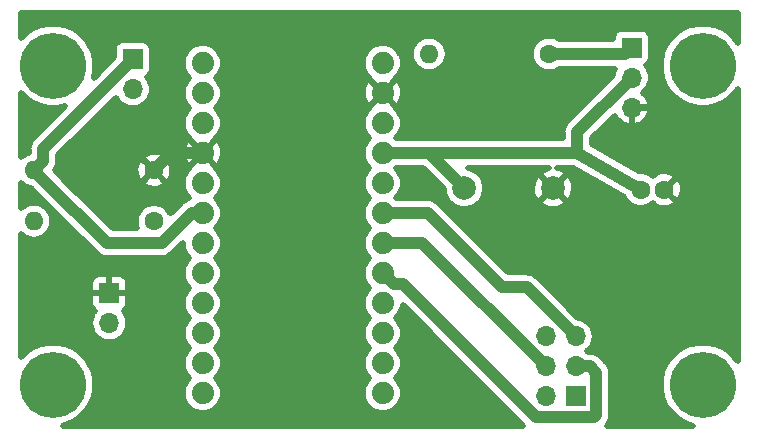
<source format=gbr>
G04 #@! TF.GenerationSoftware,KiCad,Pcbnew,5.1.4-e60b266~84~ubuntu19.04.1*
G04 #@! TF.CreationDate,2019-09-18T16:20:32+02:00*
G04 #@! TF.ProjectId,pro_micro_audio,70726f5f-6d69-4637-926f-5f617564696f,rev?*
G04 #@! TF.SameCoordinates,Original*
G04 #@! TF.FileFunction,Copper,L1,Top*
G04 #@! TF.FilePolarity,Positive*
%FSLAX46Y46*%
G04 Gerber Fmt 4.6, Leading zero omitted, Abs format (unit mm)*
G04 Created by KiCad (PCBNEW 5.1.4-e60b266~84~ubuntu19.04.1) date 2019-09-18 16:20:32*
%MOMM*%
%LPD*%
G04 APERTURE LIST*
G04 #@! TA.AperFunction,ComponentPad*
%ADD10C,2.000000*%
G04 #@! TD*
G04 #@! TA.AperFunction,ComponentPad*
%ADD11C,5.600000*%
G04 #@! TD*
G04 #@! TA.AperFunction,ComponentPad*
%ADD12C,1.879600*%
G04 #@! TD*
G04 #@! TA.AperFunction,ComponentPad*
%ADD13C,1.600000*%
G04 #@! TD*
G04 #@! TA.AperFunction,ComponentPad*
%ADD14R,1.700000X1.700000*%
G04 #@! TD*
G04 #@! TA.AperFunction,ComponentPad*
%ADD15O,1.700000X1.700000*%
G04 #@! TD*
G04 #@! TA.AperFunction,ComponentPad*
%ADD16O,1.600000X1.600000*%
G04 #@! TD*
G04 #@! TA.AperFunction,ViaPad*
%ADD17C,0.800000*%
G04 #@! TD*
G04 #@! TA.AperFunction,Conductor*
%ADD18C,1.000000*%
G04 #@! TD*
G04 #@! TA.AperFunction,Conductor*
%ADD19C,0.500000*%
G04 #@! TD*
G04 APERTURE END LIST*
D10*
G04 #@! TO.P,C1,1*
G04 #@! TO.N,Net-(C1-Pad1)*
X139820000Y-87376000D03*
G04 #@! TO.P,C1,2*
G04 #@! TO.N,GND*
X147320000Y-87376000D03*
G04 #@! TD*
D11*
G04 #@! TO.P,REF\002A\002A,1*
G04 #@! TO.N,N/C*
X105000000Y-104000000D03*
G04 #@! TD*
G04 #@! TO.P,REF\002A\002A,1*
G04 #@! TO.N,N/C*
X160000000Y-104000000D03*
G04 #@! TD*
G04 #@! TO.P,REF\002A\002A,1*
G04 #@! TO.N,N/C*
X105000000Y-77000000D03*
G04 #@! TD*
G04 #@! TO.P,REF\002A\002A,1*
G04 #@! TO.N,N/C*
X160000000Y-77000000D03*
G04 #@! TD*
D12*
G04 #@! TO.P,CHEAP_PRO_MICRO1,1*
G04 #@! TO.N,Net-(CHEAP_PRO_MICRO1-Pad1)*
X117665501Y-76771501D03*
G04 #@! TO.P,CHEAP_PRO_MICRO1,2*
G04 #@! TO.N,Net-(CHEAP_PRO_MICRO1-Pad2)*
X117665501Y-79311501D03*
G04 #@! TO.P,CHEAP_PRO_MICRO1,3*
G04 #@! TO.N,Net-(CHEAP_PRO_MICRO1-Pad3)*
X117665501Y-81851501D03*
G04 #@! TO.P,CHEAP_PRO_MICRO1,4*
G04 #@! TO.N,GND*
X117665501Y-84391501D03*
G04 #@! TO.P,CHEAP_PRO_MICRO1,5*
G04 #@! TO.N,Net-(CHEAP_PRO_MICRO1-Pad5)*
X117665501Y-86931501D03*
G04 #@! TO.P,CHEAP_PRO_MICRO1,6*
G04 #@! TO.N,Net-(CHEAP_PRO_MICRO1-Pad6)*
X117665501Y-89471501D03*
G04 #@! TO.P,CHEAP_PRO_MICRO1,7*
G04 #@! TO.N,Net-(CHEAP_PRO_MICRO1-Pad7)*
X117665501Y-92011501D03*
G04 #@! TO.P,CHEAP_PRO_MICRO1,8*
G04 #@! TO.N,Net-(CHEAP_PRO_MICRO1-Pad8)*
X117665501Y-94551501D03*
G04 #@! TO.P,CHEAP_PRO_MICRO1,9*
G04 #@! TO.N,Net-(CHEAP_PRO_MICRO1-Pad9)*
X117665501Y-97091501D03*
G04 #@! TO.P,CHEAP_PRO_MICRO1,10*
G04 #@! TO.N,Net-(CHEAP_PRO_MICRO1-Pad10)*
X117665501Y-99631501D03*
G04 #@! TO.P,CHEAP_PRO_MICRO1,11*
G04 #@! TO.N,Net-(CHEAP_PRO_MICRO1-Pad11)*
X117665501Y-102171501D03*
G04 #@! TO.P,CHEAP_PRO_MICRO1,12*
G04 #@! TO.N,Net-(CHEAP_PRO_MICRO1-Pad12)*
X117665501Y-104711501D03*
G04 #@! TO.P,CHEAP_PRO_MICRO1,13*
G04 #@! TO.N,Net-(CHEAP_PRO_MICRO1-Pad13)*
X132905501Y-104711501D03*
G04 #@! TO.P,CHEAP_PRO_MICRO1,14*
G04 #@! TO.N,Net-(CHEAP_PRO_MICRO1-Pad14)*
X132905501Y-102171501D03*
G04 #@! TO.P,CHEAP_PRO_MICRO1,15*
G04 #@! TO.N,Net-(CHEAP_PRO_MICRO1-Pad15)*
X132905501Y-99631501D03*
G04 #@! TO.P,CHEAP_PRO_MICRO1,16*
G04 #@! TO.N,Net-(CHEAP_PRO_MICRO1-Pad16)*
X132905501Y-97091501D03*
G04 #@! TO.P,CHEAP_PRO_MICRO1,17*
G04 #@! TO.N,/SW*
X132905501Y-94551501D03*
G04 #@! TO.P,CHEAP_PRO_MICRO1,18*
G04 #@! TO.N,/DT*
X132905501Y-92011501D03*
G04 #@! TO.P,CHEAP_PRO_MICRO1,19*
G04 #@! TO.N,/CLK*
X132905501Y-89471501D03*
G04 #@! TO.P,CHEAP_PRO_MICRO1,20*
G04 #@! TO.N,Net-(CHEAP_PRO_MICRO1-Pad20)*
X132905501Y-86931501D03*
G04 #@! TO.P,CHEAP_PRO_MICRO1,21*
G04 #@! TO.N,Net-(C1-Pad1)*
X132905501Y-84391501D03*
G04 #@! TO.P,CHEAP_PRO_MICRO1,22*
G04 #@! TO.N,Net-(CHEAP_PRO_MICRO1-Pad22)*
X132905501Y-81851501D03*
G04 #@! TO.P,CHEAP_PRO_MICRO1,23*
G04 #@! TO.N,GND*
X132905501Y-79311501D03*
G04 #@! TO.P,CHEAP_PRO_MICRO1,24*
G04 #@! TO.N,Net-(CHEAP_PRO_MICRO1-Pad24)*
X132905501Y-76771501D03*
G04 #@! TD*
D13*
G04 #@! TO.P,C2,1*
G04 #@! TO.N,Net-(C1-Pad1)*
X154750000Y-87500000D03*
G04 #@! TO.P,C2,2*
G04 #@! TO.N,GND*
X156750000Y-87500000D03*
G04 #@! TD*
D14*
G04 #@! TO.P,KY-40,1*
G04 #@! TO.N,GND*
X149250000Y-105000000D03*
D15*
G04 #@! TO.P,KY-40,2*
G04 #@! TO.N,Net-(C1-Pad1)*
X146710000Y-105000000D03*
G04 #@! TO.P,KY-40,3*
G04 #@! TO.N,/SW*
X149250000Y-102460000D03*
G04 #@! TO.P,KY-40,4*
G04 #@! TO.N,/DT*
X146710000Y-102460000D03*
G04 #@! TO.P,KY-40,5*
G04 #@! TO.N,/CLK*
X149250000Y-99920000D03*
G04 #@! TO.P,KY-40,6*
G04 #@! TO.N,Net-(KY-40-Pad6)*
X146710000Y-99920000D03*
G04 #@! TD*
D14*
G04 #@! TO.P,PinHeader1,1*
G04 #@! TO.N,Net-(PinHeader1-Pad1)*
X154000000Y-75460000D03*
D15*
G04 #@! TO.P,PinHeader1,2*
G04 #@! TO.N,Net-(C1-Pad1)*
X154000000Y-78000000D03*
G04 #@! TO.P,PinHeader1,3*
G04 #@! TO.N,GND*
X154000000Y-80540000D03*
G04 #@! TD*
D13*
G04 #@! TO.P,R1,1*
G04 #@! TO.N,Net-(PinHeader1-Pad1)*
X147000000Y-76000000D03*
D16*
G04 #@! TO.P,R1,2*
G04 #@! TO.N,Net-(CHEAP_PRO_MICRO1-Pad13)*
X136840000Y-76000000D03*
G04 #@! TD*
G04 #@! TO.P,R2,2*
G04 #@! TO.N,Net-(CHEAP_PRO_MICRO1-Pad6)*
X103378000Y-85852000D03*
D13*
G04 #@! TO.P,R2,1*
G04 #@! TO.N,GND*
X113538000Y-85852000D03*
G04 #@! TD*
G04 #@! TO.P,R3,1*
G04 #@! TO.N,Net-(C1-Pad1)*
X113538000Y-90170000D03*
D16*
G04 #@! TO.P,R3,2*
G04 #@! TO.N,Net-(CHEAP_PRO_MICRO1-Pad22)*
X103378000Y-90170000D03*
G04 #@! TD*
D15*
G04 #@! TO.P,ResetButton1,2*
G04 #@! TO.N,Net-(CHEAP_PRO_MICRO1-Pad22)*
X109750000Y-98790000D03*
D14*
G04 #@! TO.P,ResetButton1,1*
G04 #@! TO.N,GND*
X109750000Y-96250000D03*
G04 #@! TD*
G04 #@! TO.P,ToggleSwitch1,1*
G04 #@! TO.N,Net-(CHEAP_PRO_MICRO1-Pad6)*
X111750000Y-76460000D03*
D15*
G04 #@! TO.P,ToggleSwitch1,2*
G04 #@! TO.N,Net-(C1-Pad1)*
X111750000Y-79000000D03*
G04 #@! TD*
D17*
G04 #@! TO.N,GND*
X162750000Y-97250000D03*
X162750000Y-91750000D03*
X162750000Y-84500000D03*
X154750000Y-107250000D03*
X128000000Y-93500000D03*
X121500000Y-91750000D03*
X108750000Y-107000000D03*
X102500000Y-97250000D03*
X102500000Y-81250000D03*
X109750000Y-72750000D03*
X141250000Y-73000000D03*
G04 #@! TD*
D18*
G04 #@! TO.N,Net-(C1-Pad1)*
X136835501Y-84391501D02*
X139820000Y-87376000D01*
X132905501Y-84391501D02*
X136835501Y-84391501D01*
X149391501Y-84391501D02*
X154750000Y-87500000D01*
X136835501Y-84391501D02*
X149391501Y-84391501D01*
X149391501Y-82608499D02*
X154000000Y-78000000D01*
X149391501Y-84391501D02*
X149391501Y-82608499D01*
G04 #@! TO.N,Net-(CHEAP_PRO_MICRO1-Pad6)*
X104177999Y-86651999D02*
X103378000Y-85852000D01*
X109526000Y-92000000D02*
X104177999Y-86651999D01*
X114224002Y-92000000D02*
X109526000Y-92000000D01*
X116752501Y-89471501D02*
X114224002Y-92000000D01*
X117665501Y-89471501D02*
X116752501Y-89471501D01*
X104177999Y-84032001D02*
X111750000Y-76460000D01*
X104177999Y-85052001D02*
X104177999Y-84032001D01*
X103378000Y-85852000D02*
X104177999Y-85052001D01*
G04 #@! TO.N,GND*
X114998499Y-84391501D02*
X113538000Y-85852000D01*
X117665501Y-84391501D02*
X114998499Y-84391501D01*
G04 #@! TO.N,Net-(PinHeader1-Pad1)*
X153460000Y-76000000D02*
X154000000Y-75460000D01*
X147000000Y-76000000D02*
X153460000Y-76000000D01*
G04 #@! TO.N,/SW*
X150452081Y-102460000D02*
X149250000Y-102460000D01*
X151000001Y-103007920D02*
X150452081Y-102460000D01*
X151000001Y-106570001D02*
X151000001Y-103007920D01*
X150820001Y-106750001D02*
X151000001Y-106570001D01*
X145869999Y-106750001D02*
X150820001Y-106750001D01*
X134611298Y-95491300D02*
X145869999Y-106750001D01*
X133845300Y-95491300D02*
X134611298Y-95491300D01*
X132905501Y-94551501D02*
X133845300Y-95491300D01*
G04 #@! TO.N,/DT*
X136261501Y-92011501D02*
X146710000Y-102460000D01*
X132905501Y-92011501D02*
X136261501Y-92011501D01*
G04 #@! TO.N,/CLK*
X132905501Y-89471501D02*
X136721501Y-89471501D01*
X136721501Y-89471501D02*
X143000000Y-95750000D01*
X145080000Y-95750000D02*
X149250000Y-99920000D01*
X143000000Y-95750000D02*
X145080000Y-95750000D01*
G04 #@! TD*
D19*
G04 #@! TO.N,GND*
G36*
X162967001Y-75036200D02*
G01*
X162763679Y-74731907D01*
X162268093Y-74236321D01*
X161685345Y-73846941D01*
X161037830Y-73578732D01*
X160350432Y-73442000D01*
X159649568Y-73442000D01*
X158962170Y-73578732D01*
X158314655Y-73846941D01*
X157731907Y-74236321D01*
X157236321Y-74731907D01*
X156846941Y-75314655D01*
X156578732Y-75962170D01*
X156442000Y-76649568D01*
X156442000Y-77350432D01*
X156578732Y-78037830D01*
X156846941Y-78685345D01*
X157236321Y-79268093D01*
X157731907Y-79763679D01*
X158314655Y-80153059D01*
X158962170Y-80421268D01*
X159649568Y-80558000D01*
X160350432Y-80558000D01*
X161037830Y-80421268D01*
X161685345Y-80153059D01*
X162268093Y-79763679D01*
X162763679Y-79268093D01*
X162967001Y-78963801D01*
X162967000Y-102036198D01*
X162763679Y-101731907D01*
X162268093Y-101236321D01*
X161685345Y-100846941D01*
X161037830Y-100578732D01*
X160350432Y-100442000D01*
X159649568Y-100442000D01*
X158962170Y-100578732D01*
X158314655Y-100846941D01*
X157731907Y-101236321D01*
X157236321Y-101731907D01*
X156846941Y-102314655D01*
X156578732Y-102962170D01*
X156442000Y-103649568D01*
X156442000Y-104350432D01*
X156578732Y-105037830D01*
X156846941Y-105685345D01*
X157236321Y-106268093D01*
X157731907Y-106763679D01*
X158314655Y-107153059D01*
X158962170Y-107421268D01*
X159192080Y-107467000D01*
X151890001Y-107467000D01*
X151893845Y-107463845D01*
X152051050Y-107272290D01*
X152167864Y-107053746D01*
X152239798Y-106816612D01*
X152258001Y-106631793D01*
X152258001Y-106631784D01*
X152264086Y-106570002D01*
X152258001Y-106508220D01*
X152258001Y-103069712D01*
X152264087Y-103007920D01*
X152239798Y-102761309D01*
X152167864Y-102524175D01*
X152055873Y-102314655D01*
X152051050Y-102305631D01*
X151893845Y-102114076D01*
X151845836Y-102074676D01*
X151385325Y-101614165D01*
X151345925Y-101566156D01*
X151154370Y-101408951D01*
X150935826Y-101292137D01*
X150698692Y-101220203D01*
X150513873Y-101202000D01*
X150452081Y-101195914D01*
X150390289Y-101202000D01*
X150251827Y-101202000D01*
X150237205Y-101190000D01*
X150392529Y-101062529D01*
X150593472Y-100817679D01*
X150742786Y-100538332D01*
X150834733Y-100235223D01*
X150865780Y-99920000D01*
X150834733Y-99604777D01*
X150742786Y-99301668D01*
X150593472Y-99022321D01*
X150392529Y-98777471D01*
X150147679Y-98576528D01*
X149868332Y-98427214D01*
X149565223Y-98335267D01*
X149431142Y-98322061D01*
X146013243Y-94904164D01*
X145973844Y-94856156D01*
X145782289Y-94698951D01*
X145563745Y-94582137D01*
X145326611Y-94510203D01*
X145141792Y-94492000D01*
X145080000Y-94485914D01*
X145018208Y-94492000D01*
X143521081Y-94492000D01*
X137654745Y-88625665D01*
X137615345Y-88577657D01*
X137423790Y-88420452D01*
X137205246Y-88303638D01*
X136968112Y-88231704D01*
X136783293Y-88213501D01*
X136721501Y-88207415D01*
X136659709Y-88213501D01*
X134048552Y-88213501D01*
X134036552Y-88201501D01*
X134224268Y-88013785D01*
X134410072Y-87735711D01*
X134538056Y-87426731D01*
X134603301Y-87098720D01*
X134603301Y-86764282D01*
X134538056Y-86436271D01*
X134410072Y-86127291D01*
X134224268Y-85849217D01*
X134036552Y-85661501D01*
X134048552Y-85649501D01*
X136314422Y-85649501D01*
X138062000Y-87397080D01*
X138062000Y-87549148D01*
X138129559Y-87888790D01*
X138262081Y-88208725D01*
X138454472Y-88496660D01*
X138699340Y-88741528D01*
X138987275Y-88933919D01*
X139307210Y-89066441D01*
X139646852Y-89134000D01*
X139993148Y-89134000D01*
X140332790Y-89066441D01*
X140652725Y-88933919D01*
X140940660Y-88741528D01*
X141185528Y-88496660D01*
X141187347Y-88493937D01*
X146207720Y-88493937D01*
X146284912Y-88807480D01*
X146584069Y-88981911D01*
X146911508Y-89094627D01*
X147254645Y-89141296D01*
X147600293Y-89120127D01*
X147935169Y-89031932D01*
X148246405Y-88880100D01*
X148355088Y-88807480D01*
X148432280Y-88493937D01*
X147320000Y-87381657D01*
X146207720Y-88493937D01*
X141187347Y-88493937D01*
X141377919Y-88208725D01*
X141510441Y-87888790D01*
X141578000Y-87549148D01*
X141578000Y-87310645D01*
X145554704Y-87310645D01*
X145575873Y-87656293D01*
X145664068Y-87991169D01*
X145815900Y-88302405D01*
X145888520Y-88411088D01*
X146202063Y-88488280D01*
X147314343Y-87376000D01*
X147325657Y-87376000D01*
X148437937Y-88488280D01*
X148751480Y-88411088D01*
X148925911Y-88111931D01*
X149038627Y-87784492D01*
X149085296Y-87441355D01*
X149064127Y-87095707D01*
X148975932Y-86760831D01*
X148824100Y-86449595D01*
X148751480Y-86340912D01*
X148437937Y-86263720D01*
X147325657Y-87376000D01*
X147314343Y-87376000D01*
X146202063Y-86263720D01*
X145888520Y-86340912D01*
X145714089Y-86640069D01*
X145601373Y-86967508D01*
X145554704Y-87310645D01*
X141578000Y-87310645D01*
X141578000Y-87202852D01*
X141510441Y-86863210D01*
X141377919Y-86543275D01*
X141185528Y-86255340D01*
X140940660Y-86010472D01*
X140652725Y-85818081D01*
X140332790Y-85685559D01*
X140151514Y-85649501D01*
X146972774Y-85649501D01*
X146704831Y-85720068D01*
X146393595Y-85871900D01*
X146284912Y-85944520D01*
X146207720Y-86258063D01*
X147320000Y-87370343D01*
X148432280Y-86258063D01*
X148355088Y-85944520D01*
X148055931Y-85770089D01*
X147728492Y-85657373D01*
X147670613Y-85649501D01*
X149053030Y-85649501D01*
X153323203Y-88126656D01*
X153369319Y-88237990D01*
X153539823Y-88493167D01*
X153756833Y-88710177D01*
X154012010Y-88880681D01*
X154295548Y-88998126D01*
X154596550Y-89058000D01*
X154903450Y-89058000D01*
X155204452Y-88998126D01*
X155487990Y-88880681D01*
X155743167Y-88710177D01*
X155810205Y-88643139D01*
X155833039Y-88768894D01*
X156098207Y-88923402D01*
X156388423Y-89023211D01*
X156692534Y-89064483D01*
X156998854Y-89045633D01*
X157295611Y-88967385D01*
X157571399Y-88832746D01*
X157666961Y-88768894D01*
X157720173Y-88475830D01*
X156750000Y-87505657D01*
X156735858Y-87519799D01*
X156730201Y-87514142D01*
X156744343Y-87500000D01*
X156755657Y-87500000D01*
X157725830Y-88470173D01*
X158018894Y-88416961D01*
X158173402Y-88151793D01*
X158273211Y-87861577D01*
X158314483Y-87557466D01*
X158295633Y-87251146D01*
X158217385Y-86954389D01*
X158082746Y-86678601D01*
X158018894Y-86583039D01*
X157725830Y-86529827D01*
X156755657Y-87500000D01*
X156744343Y-87500000D01*
X156730201Y-87485858D01*
X156735858Y-87480201D01*
X156750000Y-87494343D01*
X157720173Y-86524170D01*
X157666961Y-86231106D01*
X157401793Y-86076598D01*
X157111577Y-85976789D01*
X156807466Y-85935517D01*
X156501146Y-85954367D01*
X156204389Y-86032615D01*
X155928601Y-86167254D01*
X155833039Y-86231106D01*
X155810205Y-86356861D01*
X155743167Y-86289823D01*
X155487990Y-86119319D01*
X155204452Y-86001874D01*
X154903450Y-85942000D01*
X154596550Y-85942000D01*
X154577766Y-85945736D01*
X150649501Y-83666925D01*
X150649501Y-83129578D01*
X152549624Y-81229456D01*
X152696753Y-81481919D01*
X152905554Y-81718071D01*
X153156414Y-81908950D01*
X153439692Y-82047222D01*
X153744503Y-82127572D01*
X153996000Y-81958495D01*
X153996000Y-80544000D01*
X154004000Y-80544000D01*
X154004000Y-81958495D01*
X154255497Y-82127572D01*
X154560308Y-82047222D01*
X154843586Y-81908950D01*
X155094446Y-81718071D01*
X155303247Y-81481919D01*
X155461965Y-81209569D01*
X155564500Y-80911488D01*
X155587572Y-80795497D01*
X155418494Y-80544000D01*
X154004000Y-80544000D01*
X153996000Y-80544000D01*
X153976000Y-80544000D01*
X153976000Y-80536000D01*
X153996000Y-80536000D01*
X153996000Y-80516000D01*
X154004000Y-80516000D01*
X154004000Y-80536000D01*
X155418494Y-80536000D01*
X155587572Y-80284503D01*
X155564500Y-80168512D01*
X155461965Y-79870431D01*
X155303247Y-79598081D01*
X155094446Y-79361929D01*
X154980674Y-79275360D01*
X155142529Y-79142529D01*
X155343472Y-78897679D01*
X155492786Y-78618332D01*
X155584733Y-78315223D01*
X155615780Y-78000000D01*
X155584733Y-77684777D01*
X155492786Y-77381668D01*
X155343472Y-77102321D01*
X155231322Y-76965666D01*
X155273160Y-76943303D01*
X155388580Y-76848580D01*
X155483303Y-76733160D01*
X155553689Y-76601477D01*
X155597032Y-76458594D01*
X155611667Y-76310000D01*
X155611667Y-74610000D01*
X155597032Y-74461406D01*
X155553689Y-74318523D01*
X155483303Y-74186840D01*
X155388580Y-74071420D01*
X155273160Y-73976697D01*
X155141477Y-73906311D01*
X154998594Y-73862968D01*
X154850000Y-73848333D01*
X153150000Y-73848333D01*
X153001406Y-73862968D01*
X152858523Y-73906311D01*
X152726840Y-73976697D01*
X152611420Y-74071420D01*
X152516697Y-74186840D01*
X152446311Y-74318523D01*
X152402968Y-74461406D01*
X152388333Y-74610000D01*
X152388333Y-74742000D01*
X147921595Y-74742000D01*
X147737990Y-74619319D01*
X147454452Y-74501874D01*
X147153450Y-74442000D01*
X146846550Y-74442000D01*
X146545548Y-74501874D01*
X146262010Y-74619319D01*
X146006833Y-74789823D01*
X145789823Y-75006833D01*
X145619319Y-75262010D01*
X145501874Y-75545548D01*
X145442000Y-75846550D01*
X145442000Y-76153450D01*
X145501874Y-76454452D01*
X145619319Y-76737990D01*
X145789823Y-76993167D01*
X146006833Y-77210177D01*
X146262010Y-77380681D01*
X146545548Y-77498126D01*
X146846550Y-77558000D01*
X147153450Y-77558000D01*
X147454452Y-77498126D01*
X147737990Y-77380681D01*
X147921595Y-77258000D01*
X152573316Y-77258000D01*
X152507214Y-77381668D01*
X152415267Y-77684777D01*
X152402061Y-77818858D01*
X148545661Y-81675260D01*
X148497658Y-81714655D01*
X148359863Y-81882559D01*
X148340452Y-81906211D01*
X148223638Y-82124755D01*
X148151704Y-82361889D01*
X148127415Y-82608499D01*
X148133501Y-82670291D01*
X148133501Y-83133501D01*
X136897293Y-83133501D01*
X136835501Y-83127415D01*
X136773709Y-83133501D01*
X134048552Y-83133501D01*
X134036552Y-83121501D01*
X134224268Y-82933785D01*
X134410072Y-82655711D01*
X134538056Y-82346731D01*
X134603301Y-82018720D01*
X134603301Y-81684282D01*
X134538056Y-81356271D01*
X134410072Y-81047291D01*
X134224268Y-80769217D01*
X133987785Y-80532734D01*
X133947831Y-80506038D01*
X133975007Y-80386664D01*
X132905501Y-79317158D01*
X131835995Y-80386664D01*
X131863171Y-80506038D01*
X131823217Y-80532734D01*
X131586734Y-80769217D01*
X131400930Y-81047291D01*
X131272946Y-81356271D01*
X131207701Y-81684282D01*
X131207701Y-82018720D01*
X131272946Y-82346731D01*
X131400930Y-82655711D01*
X131586734Y-82933785D01*
X131774450Y-83121501D01*
X131586734Y-83309217D01*
X131400930Y-83587291D01*
X131272946Y-83896271D01*
X131207701Y-84224282D01*
X131207701Y-84558720D01*
X131272946Y-84886731D01*
X131400930Y-85195711D01*
X131586734Y-85473785D01*
X131774450Y-85661501D01*
X131586734Y-85849217D01*
X131400930Y-86127291D01*
X131272946Y-86436271D01*
X131207701Y-86764282D01*
X131207701Y-87098720D01*
X131272946Y-87426731D01*
X131400930Y-87735711D01*
X131586734Y-88013785D01*
X131774450Y-88201501D01*
X131586734Y-88389217D01*
X131400930Y-88667291D01*
X131272946Y-88976271D01*
X131207701Y-89304282D01*
X131207701Y-89638720D01*
X131272946Y-89966731D01*
X131400930Y-90275711D01*
X131586734Y-90553785D01*
X131774450Y-90741501D01*
X131586734Y-90929217D01*
X131400930Y-91207291D01*
X131272946Y-91516271D01*
X131207701Y-91844282D01*
X131207701Y-92178720D01*
X131272946Y-92506731D01*
X131400930Y-92815711D01*
X131586734Y-93093785D01*
X131774450Y-93281501D01*
X131586734Y-93469217D01*
X131400930Y-93747291D01*
X131272946Y-94056271D01*
X131207701Y-94384282D01*
X131207701Y-94718720D01*
X131272946Y-95046731D01*
X131400930Y-95355711D01*
X131586734Y-95633785D01*
X131774450Y-95821501D01*
X131586734Y-96009217D01*
X131400930Y-96287291D01*
X131272946Y-96596271D01*
X131207701Y-96924282D01*
X131207701Y-97258720D01*
X131272946Y-97586731D01*
X131400930Y-97895711D01*
X131586734Y-98173785D01*
X131774450Y-98361501D01*
X131586734Y-98549217D01*
X131400930Y-98827291D01*
X131272946Y-99136271D01*
X131207701Y-99464282D01*
X131207701Y-99798720D01*
X131272946Y-100126731D01*
X131400930Y-100435711D01*
X131586734Y-100713785D01*
X131774450Y-100901501D01*
X131586734Y-101089217D01*
X131400930Y-101367291D01*
X131272946Y-101676271D01*
X131207701Y-102004282D01*
X131207701Y-102338720D01*
X131272946Y-102666731D01*
X131400930Y-102975711D01*
X131586734Y-103253785D01*
X131774450Y-103441501D01*
X131586734Y-103629217D01*
X131400930Y-103907291D01*
X131272946Y-104216271D01*
X131207701Y-104544282D01*
X131207701Y-104878720D01*
X131272946Y-105206731D01*
X131400930Y-105515711D01*
X131586734Y-105793785D01*
X131823217Y-106030268D01*
X132101291Y-106216072D01*
X132410271Y-106344056D01*
X132738282Y-106409301D01*
X133072720Y-106409301D01*
X133400731Y-106344056D01*
X133709711Y-106216072D01*
X133987785Y-106030268D01*
X134224268Y-105793785D01*
X134410072Y-105515711D01*
X134538056Y-105206731D01*
X134603301Y-104878720D01*
X134603301Y-104544282D01*
X134538056Y-104216271D01*
X134410072Y-103907291D01*
X134224268Y-103629217D01*
X134036552Y-103441501D01*
X134224268Y-103253785D01*
X134410072Y-102975711D01*
X134538056Y-102666731D01*
X134603301Y-102338720D01*
X134603301Y-102004282D01*
X134538056Y-101676271D01*
X134410072Y-101367291D01*
X134224268Y-101089217D01*
X134036552Y-100901501D01*
X134224268Y-100713785D01*
X134410072Y-100435711D01*
X134538056Y-100126731D01*
X134603301Y-99798720D01*
X134603301Y-99464282D01*
X134538056Y-99136271D01*
X134410072Y-98827291D01*
X134224268Y-98549217D01*
X134036552Y-98361501D01*
X134224268Y-98173785D01*
X134410072Y-97895711D01*
X134538056Y-97586731D01*
X134602693Y-97261775D01*
X144807917Y-107467000D01*
X105807920Y-107467000D01*
X106037830Y-107421268D01*
X106685345Y-107153059D01*
X107268093Y-106763679D01*
X107763679Y-106268093D01*
X108153059Y-105685345D01*
X108421268Y-105037830D01*
X108558000Y-104350432D01*
X108558000Y-103649568D01*
X108421268Y-102962170D01*
X108153059Y-102314655D01*
X107763679Y-101731907D01*
X107268093Y-101236321D01*
X106685345Y-100846941D01*
X106037830Y-100578732D01*
X105350432Y-100442000D01*
X104649568Y-100442000D01*
X103962170Y-100578732D01*
X103314655Y-100846941D01*
X102731907Y-101236321D01*
X102283000Y-101685228D01*
X102283000Y-98790000D01*
X108134220Y-98790000D01*
X108165267Y-99105223D01*
X108257214Y-99408332D01*
X108406528Y-99687679D01*
X108607471Y-99932529D01*
X108852321Y-100133472D01*
X109131668Y-100282786D01*
X109434777Y-100374733D01*
X109671009Y-100398000D01*
X109828991Y-100398000D01*
X110065223Y-100374733D01*
X110368332Y-100282786D01*
X110647679Y-100133472D01*
X110892529Y-99932529D01*
X111093472Y-99687679D01*
X111242786Y-99408332D01*
X111334733Y-99105223D01*
X111365780Y-98790000D01*
X111334733Y-98474777D01*
X111242786Y-98171668D01*
X111093472Y-97892321D01*
X110981323Y-97755666D01*
X111023160Y-97733304D01*
X111138581Y-97638581D01*
X111233304Y-97523160D01*
X111303689Y-97391478D01*
X111347033Y-97248594D01*
X111361668Y-97100000D01*
X111358000Y-96443500D01*
X111168500Y-96254000D01*
X109754000Y-96254000D01*
X109754000Y-96274000D01*
X109746000Y-96274000D01*
X109746000Y-96254000D01*
X108331500Y-96254000D01*
X108142000Y-96443500D01*
X108138332Y-97100000D01*
X108152967Y-97248594D01*
X108196311Y-97391478D01*
X108266696Y-97523160D01*
X108361419Y-97638581D01*
X108476840Y-97733304D01*
X108518677Y-97755666D01*
X108406528Y-97892321D01*
X108257214Y-98171668D01*
X108165267Y-98474777D01*
X108134220Y-98790000D01*
X102283000Y-98790000D01*
X102283000Y-95400000D01*
X108138332Y-95400000D01*
X108142000Y-96056500D01*
X108331500Y-96246000D01*
X109746000Y-96246000D01*
X109746000Y-94831500D01*
X109754000Y-94831500D01*
X109754000Y-96246000D01*
X111168500Y-96246000D01*
X111358000Y-96056500D01*
X111361668Y-95400000D01*
X111347033Y-95251406D01*
X111303689Y-95108522D01*
X111233304Y-94976840D01*
X111138581Y-94861419D01*
X111023160Y-94766696D01*
X110891478Y-94696311D01*
X110748594Y-94652967D01*
X110600000Y-94638332D01*
X109943500Y-94642000D01*
X109754000Y-94831500D01*
X109746000Y-94831500D01*
X109556500Y-94642000D01*
X108900000Y-94638332D01*
X108751406Y-94652967D01*
X108608522Y-94696311D01*
X108476840Y-94766696D01*
X108361419Y-94861419D01*
X108266696Y-94976840D01*
X108196311Y-95108522D01*
X108152967Y-95251406D01*
X108138332Y-95400000D01*
X102283000Y-95400000D01*
X102283000Y-91286854D01*
X102508234Y-91471697D01*
X102778895Y-91616369D01*
X103072579Y-91705457D01*
X103301465Y-91728000D01*
X103454535Y-91728000D01*
X103683421Y-91705457D01*
X103977105Y-91616369D01*
X104247766Y-91471697D01*
X104485003Y-91277003D01*
X104679697Y-91039766D01*
X104824369Y-90769105D01*
X104913457Y-90475421D01*
X104943538Y-90170000D01*
X104913457Y-89864579D01*
X104824369Y-89570895D01*
X104679697Y-89300234D01*
X104485003Y-89062997D01*
X104247766Y-88868303D01*
X103977105Y-88723631D01*
X103683421Y-88634543D01*
X103454535Y-88612000D01*
X103301465Y-88612000D01*
X103072579Y-88634543D01*
X102778895Y-88723631D01*
X102508234Y-88868303D01*
X102283000Y-89053146D01*
X102283000Y-86968854D01*
X102508234Y-87153697D01*
X102778895Y-87298369D01*
X103072579Y-87387457D01*
X103141129Y-87394208D01*
X103332152Y-87585232D01*
X103332157Y-87585236D01*
X108592765Y-92845846D01*
X108632156Y-92893844D01*
X108680152Y-92933233D01*
X108680153Y-92933234D01*
X108823711Y-93051049D01*
X109042255Y-93167863D01*
X109279389Y-93239797D01*
X109526000Y-93264086D01*
X109587792Y-93258000D01*
X114162210Y-93258000D01*
X114224002Y-93264086D01*
X114285794Y-93258000D01*
X114470613Y-93239797D01*
X114707747Y-93167863D01*
X114926291Y-93051049D01*
X115117846Y-92893844D01*
X115157245Y-92845836D01*
X115967701Y-92035381D01*
X115967701Y-92178720D01*
X116032946Y-92506731D01*
X116160930Y-92815711D01*
X116346734Y-93093785D01*
X116534450Y-93281501D01*
X116346734Y-93469217D01*
X116160930Y-93747291D01*
X116032946Y-94056271D01*
X115967701Y-94384282D01*
X115967701Y-94718720D01*
X116032946Y-95046731D01*
X116160930Y-95355711D01*
X116346734Y-95633785D01*
X116534450Y-95821501D01*
X116346734Y-96009217D01*
X116160930Y-96287291D01*
X116032946Y-96596271D01*
X115967701Y-96924282D01*
X115967701Y-97258720D01*
X116032946Y-97586731D01*
X116160930Y-97895711D01*
X116346734Y-98173785D01*
X116534450Y-98361501D01*
X116346734Y-98549217D01*
X116160930Y-98827291D01*
X116032946Y-99136271D01*
X115967701Y-99464282D01*
X115967701Y-99798720D01*
X116032946Y-100126731D01*
X116160930Y-100435711D01*
X116346734Y-100713785D01*
X116534450Y-100901501D01*
X116346734Y-101089217D01*
X116160930Y-101367291D01*
X116032946Y-101676271D01*
X115967701Y-102004282D01*
X115967701Y-102338720D01*
X116032946Y-102666731D01*
X116160930Y-102975711D01*
X116346734Y-103253785D01*
X116534450Y-103441501D01*
X116346734Y-103629217D01*
X116160930Y-103907291D01*
X116032946Y-104216271D01*
X115967701Y-104544282D01*
X115967701Y-104878720D01*
X116032946Y-105206731D01*
X116160930Y-105515711D01*
X116346734Y-105793785D01*
X116583217Y-106030268D01*
X116861291Y-106216072D01*
X117170271Y-106344056D01*
X117498282Y-106409301D01*
X117832720Y-106409301D01*
X118160731Y-106344056D01*
X118469711Y-106216072D01*
X118747785Y-106030268D01*
X118984268Y-105793785D01*
X119170072Y-105515711D01*
X119298056Y-105206731D01*
X119363301Y-104878720D01*
X119363301Y-104544282D01*
X119298056Y-104216271D01*
X119170072Y-103907291D01*
X118984268Y-103629217D01*
X118796552Y-103441501D01*
X118984268Y-103253785D01*
X119170072Y-102975711D01*
X119298056Y-102666731D01*
X119363301Y-102338720D01*
X119363301Y-102004282D01*
X119298056Y-101676271D01*
X119170072Y-101367291D01*
X118984268Y-101089217D01*
X118796552Y-100901501D01*
X118984268Y-100713785D01*
X119170072Y-100435711D01*
X119298056Y-100126731D01*
X119363301Y-99798720D01*
X119363301Y-99464282D01*
X119298056Y-99136271D01*
X119170072Y-98827291D01*
X118984268Y-98549217D01*
X118796552Y-98361501D01*
X118984268Y-98173785D01*
X119170072Y-97895711D01*
X119298056Y-97586731D01*
X119363301Y-97258720D01*
X119363301Y-96924282D01*
X119298056Y-96596271D01*
X119170072Y-96287291D01*
X118984268Y-96009217D01*
X118796552Y-95821501D01*
X118984268Y-95633785D01*
X119170072Y-95355711D01*
X119298056Y-95046731D01*
X119363301Y-94718720D01*
X119363301Y-94384282D01*
X119298056Y-94056271D01*
X119170072Y-93747291D01*
X118984268Y-93469217D01*
X118796552Y-93281501D01*
X118984268Y-93093785D01*
X119170072Y-92815711D01*
X119298056Y-92506731D01*
X119363301Y-92178720D01*
X119363301Y-91844282D01*
X119298056Y-91516271D01*
X119170072Y-91207291D01*
X118984268Y-90929217D01*
X118796552Y-90741501D01*
X118984268Y-90553785D01*
X119170072Y-90275711D01*
X119298056Y-89966731D01*
X119363301Y-89638720D01*
X119363301Y-89304282D01*
X119298056Y-88976271D01*
X119170072Y-88667291D01*
X118984268Y-88389217D01*
X118796552Y-88201501D01*
X118984268Y-88013785D01*
X119170072Y-87735711D01*
X119298056Y-87426731D01*
X119363301Y-87098720D01*
X119363301Y-86764282D01*
X119298056Y-86436271D01*
X119170072Y-86127291D01*
X118984268Y-85849217D01*
X118747785Y-85612734D01*
X118707831Y-85586038D01*
X118735007Y-85466664D01*
X117665501Y-84397158D01*
X116595995Y-85466664D01*
X116623171Y-85586038D01*
X116583217Y-85612734D01*
X116346734Y-85849217D01*
X116160930Y-86127291D01*
X116032946Y-86436271D01*
X115967701Y-86764282D01*
X115967701Y-87098720D01*
X116032946Y-87426731D01*
X116160930Y-87735711D01*
X116346734Y-88013785D01*
X116534450Y-88201501D01*
X116503532Y-88232419D01*
X116268756Y-88303638D01*
X116050212Y-88420452D01*
X115858657Y-88577657D01*
X115819266Y-88625655D01*
X114946280Y-89498641D01*
X114918681Y-89432010D01*
X114748177Y-89176833D01*
X114531167Y-88959823D01*
X114275990Y-88789319D01*
X113992452Y-88671874D01*
X113691450Y-88612000D01*
X113384550Y-88612000D01*
X113083548Y-88671874D01*
X112800010Y-88789319D01*
X112544833Y-88959823D01*
X112327823Y-89176833D01*
X112157319Y-89432010D01*
X112039874Y-89715548D01*
X111980000Y-90016550D01*
X111980000Y-90323450D01*
X112039874Y-90624452D01*
X112088564Y-90742000D01*
X110047081Y-90742000D01*
X106132911Y-86827830D01*
X112567827Y-86827830D01*
X112621039Y-87120894D01*
X112886207Y-87275402D01*
X113176423Y-87375211D01*
X113480534Y-87416483D01*
X113786854Y-87397633D01*
X114083611Y-87319385D01*
X114359399Y-87184746D01*
X114454961Y-87120894D01*
X114508173Y-86827830D01*
X113538000Y-85857657D01*
X112567827Y-86827830D01*
X106132911Y-86827830D01*
X105152565Y-85847485D01*
X105196020Y-85794534D01*
X111973517Y-85794534D01*
X111992367Y-86100854D01*
X112070615Y-86397611D01*
X112205254Y-86673399D01*
X112269106Y-86768961D01*
X112562170Y-86822173D01*
X113532343Y-85852000D01*
X113543657Y-85852000D01*
X114513830Y-86822173D01*
X114806894Y-86768961D01*
X114961402Y-86503793D01*
X115061211Y-86213577D01*
X115102483Y-85909466D01*
X115083633Y-85603146D01*
X115005385Y-85306389D01*
X114870746Y-85030601D01*
X114806894Y-84935039D01*
X114513830Y-84881827D01*
X113543657Y-85852000D01*
X113532343Y-85852000D01*
X112562170Y-84881827D01*
X112269106Y-84935039D01*
X112114598Y-85200207D01*
X112014789Y-85490423D01*
X111973517Y-85794534D01*
X105196020Y-85794534D01*
X105229048Y-85754290D01*
X105345862Y-85535746D01*
X105417796Y-85298612D01*
X105435999Y-85113793D01*
X105435999Y-85113784D01*
X105442084Y-85052002D01*
X105435999Y-84990220D01*
X105435999Y-84876170D01*
X112567827Y-84876170D01*
X113538000Y-85846343D01*
X114508173Y-84876170D01*
X114454961Y-84583106D01*
X114189793Y-84428598D01*
X113899577Y-84328789D01*
X113897595Y-84328520D01*
X115960650Y-84328520D01*
X115981121Y-84662331D01*
X116066322Y-84985733D01*
X116212978Y-85286299D01*
X116282959Y-85391032D01*
X116590338Y-85461007D01*
X117659844Y-84391501D01*
X117671158Y-84391501D01*
X118740664Y-85461007D01*
X119048043Y-85391032D01*
X119216477Y-85102106D01*
X119325307Y-84785871D01*
X119370352Y-84454482D01*
X119349881Y-84120671D01*
X119264680Y-83797269D01*
X119118024Y-83496703D01*
X119048043Y-83391970D01*
X118740664Y-83321995D01*
X117671158Y-84391501D01*
X117659844Y-84391501D01*
X116590338Y-83321995D01*
X116282959Y-83391970D01*
X116114525Y-83680896D01*
X116005695Y-83997131D01*
X115960650Y-84328520D01*
X113897595Y-84328520D01*
X113595466Y-84287517D01*
X113289146Y-84306367D01*
X112992389Y-84384615D01*
X112716601Y-84519254D01*
X112621039Y-84583106D01*
X112567827Y-84876170D01*
X105435999Y-84876170D01*
X105435999Y-84553080D01*
X110296761Y-79692319D01*
X110406528Y-79897679D01*
X110607471Y-80142529D01*
X110852321Y-80343472D01*
X111131668Y-80492786D01*
X111434777Y-80584733D01*
X111671009Y-80608000D01*
X111828991Y-80608000D01*
X112065223Y-80584733D01*
X112368332Y-80492786D01*
X112647679Y-80343472D01*
X112892529Y-80142529D01*
X113093472Y-79897679D01*
X113242786Y-79618332D01*
X113334733Y-79315223D01*
X113365780Y-79000000D01*
X113334733Y-78684777D01*
X113242786Y-78381668D01*
X113093472Y-78102321D01*
X112981322Y-77965666D01*
X113023160Y-77943303D01*
X113138580Y-77848580D01*
X113233303Y-77733160D01*
X113303689Y-77601477D01*
X113347032Y-77458594D01*
X113361667Y-77310000D01*
X113361667Y-76604282D01*
X115967701Y-76604282D01*
X115967701Y-76938720D01*
X116032946Y-77266731D01*
X116160930Y-77575711D01*
X116346734Y-77853785D01*
X116534450Y-78041501D01*
X116346734Y-78229217D01*
X116160930Y-78507291D01*
X116032946Y-78816271D01*
X115967701Y-79144282D01*
X115967701Y-79478720D01*
X116032946Y-79806731D01*
X116160930Y-80115711D01*
X116346734Y-80393785D01*
X116534450Y-80581501D01*
X116346734Y-80769217D01*
X116160930Y-81047291D01*
X116032946Y-81356271D01*
X115967701Y-81684282D01*
X115967701Y-82018720D01*
X116032946Y-82346731D01*
X116160930Y-82655711D01*
X116346734Y-82933785D01*
X116583217Y-83170268D01*
X116623171Y-83196964D01*
X116595995Y-83316338D01*
X117665501Y-84385844D01*
X118735007Y-83316338D01*
X118707831Y-83196964D01*
X118747785Y-83170268D01*
X118984268Y-82933785D01*
X119170072Y-82655711D01*
X119298056Y-82346731D01*
X119363301Y-82018720D01*
X119363301Y-81684282D01*
X119298056Y-81356271D01*
X119170072Y-81047291D01*
X118984268Y-80769217D01*
X118796552Y-80581501D01*
X118984268Y-80393785D01*
X119170072Y-80115711D01*
X119298056Y-79806731D01*
X119363301Y-79478720D01*
X119363301Y-79248520D01*
X131200650Y-79248520D01*
X131221121Y-79582331D01*
X131306322Y-79905733D01*
X131452978Y-80206299D01*
X131522959Y-80311032D01*
X131830338Y-80381007D01*
X132899844Y-79311501D01*
X132911158Y-79311501D01*
X133980664Y-80381007D01*
X134288043Y-80311032D01*
X134456477Y-80022106D01*
X134565307Y-79705871D01*
X134610352Y-79374482D01*
X134589881Y-79040671D01*
X134504680Y-78717269D01*
X134358024Y-78416703D01*
X134288043Y-78311970D01*
X133980664Y-78241995D01*
X132911158Y-79311501D01*
X132899844Y-79311501D01*
X131830338Y-78241995D01*
X131522959Y-78311970D01*
X131354525Y-78600896D01*
X131245695Y-78917131D01*
X131200650Y-79248520D01*
X119363301Y-79248520D01*
X119363301Y-79144282D01*
X119298056Y-78816271D01*
X119170072Y-78507291D01*
X118984268Y-78229217D01*
X118796552Y-78041501D01*
X118984268Y-77853785D01*
X119170072Y-77575711D01*
X119298056Y-77266731D01*
X119363301Y-76938720D01*
X119363301Y-76604282D01*
X131207701Y-76604282D01*
X131207701Y-76938720D01*
X131272946Y-77266731D01*
X131400930Y-77575711D01*
X131586734Y-77853785D01*
X131823217Y-78090268D01*
X131863171Y-78116964D01*
X131835995Y-78236338D01*
X132905501Y-79305844D01*
X133975007Y-78236338D01*
X133947831Y-78116964D01*
X133987785Y-78090268D01*
X134224268Y-77853785D01*
X134410072Y-77575711D01*
X134538056Y-77266731D01*
X134603301Y-76938720D01*
X134603301Y-76604282D01*
X134538056Y-76276271D01*
X134423621Y-76000000D01*
X135274462Y-76000000D01*
X135304543Y-76305421D01*
X135393631Y-76599105D01*
X135538303Y-76869766D01*
X135732997Y-77107003D01*
X135970234Y-77301697D01*
X136240895Y-77446369D01*
X136534579Y-77535457D01*
X136763465Y-77558000D01*
X136916535Y-77558000D01*
X137145421Y-77535457D01*
X137439105Y-77446369D01*
X137709766Y-77301697D01*
X137947003Y-77107003D01*
X138141697Y-76869766D01*
X138286369Y-76599105D01*
X138375457Y-76305421D01*
X138405538Y-76000000D01*
X138375457Y-75694579D01*
X138286369Y-75400895D01*
X138141697Y-75130234D01*
X137947003Y-74892997D01*
X137709766Y-74698303D01*
X137439105Y-74553631D01*
X137145421Y-74464543D01*
X136916535Y-74442000D01*
X136763465Y-74442000D01*
X136534579Y-74464543D01*
X136240895Y-74553631D01*
X135970234Y-74698303D01*
X135732997Y-74892997D01*
X135538303Y-75130234D01*
X135393631Y-75400895D01*
X135304543Y-75694579D01*
X135274462Y-76000000D01*
X134423621Y-76000000D01*
X134410072Y-75967291D01*
X134224268Y-75689217D01*
X133987785Y-75452734D01*
X133709711Y-75266930D01*
X133400731Y-75138946D01*
X133072720Y-75073701D01*
X132738282Y-75073701D01*
X132410271Y-75138946D01*
X132101291Y-75266930D01*
X131823217Y-75452734D01*
X131586734Y-75689217D01*
X131400930Y-75967291D01*
X131272946Y-76276271D01*
X131207701Y-76604282D01*
X119363301Y-76604282D01*
X119298056Y-76276271D01*
X119170072Y-75967291D01*
X118984268Y-75689217D01*
X118747785Y-75452734D01*
X118469711Y-75266930D01*
X118160731Y-75138946D01*
X117832720Y-75073701D01*
X117498282Y-75073701D01*
X117170271Y-75138946D01*
X116861291Y-75266930D01*
X116583217Y-75452734D01*
X116346734Y-75689217D01*
X116160930Y-75967291D01*
X116032946Y-76276271D01*
X115967701Y-76604282D01*
X113361667Y-76604282D01*
X113361667Y-75610000D01*
X113347032Y-75461406D01*
X113303689Y-75318523D01*
X113233303Y-75186840D01*
X113138580Y-75071420D01*
X113023160Y-74976697D01*
X112891477Y-74906311D01*
X112748594Y-74862968D01*
X112600000Y-74848333D01*
X110900000Y-74848333D01*
X110751406Y-74862968D01*
X110608523Y-74906311D01*
X110476840Y-74976697D01*
X110361420Y-75071420D01*
X110266697Y-75186840D01*
X110196311Y-75318523D01*
X110152968Y-75461406D01*
X110138333Y-75610000D01*
X110138333Y-76292586D01*
X108428265Y-78002655D01*
X108558000Y-77350432D01*
X108558000Y-76649568D01*
X108421268Y-75962170D01*
X108153059Y-75314655D01*
X107763679Y-74731907D01*
X107268093Y-74236321D01*
X106685345Y-73846941D01*
X106037830Y-73578732D01*
X105350432Y-73442000D01*
X104649568Y-73442000D01*
X103962170Y-73578732D01*
X103314655Y-73846941D01*
X102731907Y-74236321D01*
X102283000Y-74685228D01*
X102283000Y-72533000D01*
X162967001Y-72533000D01*
X162967001Y-75036200D01*
X162967001Y-75036200D01*
G37*
X162967001Y-75036200D02*
X162763679Y-74731907D01*
X162268093Y-74236321D01*
X161685345Y-73846941D01*
X161037830Y-73578732D01*
X160350432Y-73442000D01*
X159649568Y-73442000D01*
X158962170Y-73578732D01*
X158314655Y-73846941D01*
X157731907Y-74236321D01*
X157236321Y-74731907D01*
X156846941Y-75314655D01*
X156578732Y-75962170D01*
X156442000Y-76649568D01*
X156442000Y-77350432D01*
X156578732Y-78037830D01*
X156846941Y-78685345D01*
X157236321Y-79268093D01*
X157731907Y-79763679D01*
X158314655Y-80153059D01*
X158962170Y-80421268D01*
X159649568Y-80558000D01*
X160350432Y-80558000D01*
X161037830Y-80421268D01*
X161685345Y-80153059D01*
X162268093Y-79763679D01*
X162763679Y-79268093D01*
X162967001Y-78963801D01*
X162967000Y-102036198D01*
X162763679Y-101731907D01*
X162268093Y-101236321D01*
X161685345Y-100846941D01*
X161037830Y-100578732D01*
X160350432Y-100442000D01*
X159649568Y-100442000D01*
X158962170Y-100578732D01*
X158314655Y-100846941D01*
X157731907Y-101236321D01*
X157236321Y-101731907D01*
X156846941Y-102314655D01*
X156578732Y-102962170D01*
X156442000Y-103649568D01*
X156442000Y-104350432D01*
X156578732Y-105037830D01*
X156846941Y-105685345D01*
X157236321Y-106268093D01*
X157731907Y-106763679D01*
X158314655Y-107153059D01*
X158962170Y-107421268D01*
X159192080Y-107467000D01*
X151890001Y-107467000D01*
X151893845Y-107463845D01*
X152051050Y-107272290D01*
X152167864Y-107053746D01*
X152239798Y-106816612D01*
X152258001Y-106631793D01*
X152258001Y-106631784D01*
X152264086Y-106570002D01*
X152258001Y-106508220D01*
X152258001Y-103069712D01*
X152264087Y-103007920D01*
X152239798Y-102761309D01*
X152167864Y-102524175D01*
X152055873Y-102314655D01*
X152051050Y-102305631D01*
X151893845Y-102114076D01*
X151845836Y-102074676D01*
X151385325Y-101614165D01*
X151345925Y-101566156D01*
X151154370Y-101408951D01*
X150935826Y-101292137D01*
X150698692Y-101220203D01*
X150513873Y-101202000D01*
X150452081Y-101195914D01*
X150390289Y-101202000D01*
X150251827Y-101202000D01*
X150237205Y-101190000D01*
X150392529Y-101062529D01*
X150593472Y-100817679D01*
X150742786Y-100538332D01*
X150834733Y-100235223D01*
X150865780Y-99920000D01*
X150834733Y-99604777D01*
X150742786Y-99301668D01*
X150593472Y-99022321D01*
X150392529Y-98777471D01*
X150147679Y-98576528D01*
X149868332Y-98427214D01*
X149565223Y-98335267D01*
X149431142Y-98322061D01*
X146013243Y-94904164D01*
X145973844Y-94856156D01*
X145782289Y-94698951D01*
X145563745Y-94582137D01*
X145326611Y-94510203D01*
X145141792Y-94492000D01*
X145080000Y-94485914D01*
X145018208Y-94492000D01*
X143521081Y-94492000D01*
X137654745Y-88625665D01*
X137615345Y-88577657D01*
X137423790Y-88420452D01*
X137205246Y-88303638D01*
X136968112Y-88231704D01*
X136783293Y-88213501D01*
X136721501Y-88207415D01*
X136659709Y-88213501D01*
X134048552Y-88213501D01*
X134036552Y-88201501D01*
X134224268Y-88013785D01*
X134410072Y-87735711D01*
X134538056Y-87426731D01*
X134603301Y-87098720D01*
X134603301Y-86764282D01*
X134538056Y-86436271D01*
X134410072Y-86127291D01*
X134224268Y-85849217D01*
X134036552Y-85661501D01*
X134048552Y-85649501D01*
X136314422Y-85649501D01*
X138062000Y-87397080D01*
X138062000Y-87549148D01*
X138129559Y-87888790D01*
X138262081Y-88208725D01*
X138454472Y-88496660D01*
X138699340Y-88741528D01*
X138987275Y-88933919D01*
X139307210Y-89066441D01*
X139646852Y-89134000D01*
X139993148Y-89134000D01*
X140332790Y-89066441D01*
X140652725Y-88933919D01*
X140940660Y-88741528D01*
X141185528Y-88496660D01*
X141187347Y-88493937D01*
X146207720Y-88493937D01*
X146284912Y-88807480D01*
X146584069Y-88981911D01*
X146911508Y-89094627D01*
X147254645Y-89141296D01*
X147600293Y-89120127D01*
X147935169Y-89031932D01*
X148246405Y-88880100D01*
X148355088Y-88807480D01*
X148432280Y-88493937D01*
X147320000Y-87381657D01*
X146207720Y-88493937D01*
X141187347Y-88493937D01*
X141377919Y-88208725D01*
X141510441Y-87888790D01*
X141578000Y-87549148D01*
X141578000Y-87310645D01*
X145554704Y-87310645D01*
X145575873Y-87656293D01*
X145664068Y-87991169D01*
X145815900Y-88302405D01*
X145888520Y-88411088D01*
X146202063Y-88488280D01*
X147314343Y-87376000D01*
X147325657Y-87376000D01*
X148437937Y-88488280D01*
X148751480Y-88411088D01*
X148925911Y-88111931D01*
X149038627Y-87784492D01*
X149085296Y-87441355D01*
X149064127Y-87095707D01*
X148975932Y-86760831D01*
X148824100Y-86449595D01*
X148751480Y-86340912D01*
X148437937Y-86263720D01*
X147325657Y-87376000D01*
X147314343Y-87376000D01*
X146202063Y-86263720D01*
X145888520Y-86340912D01*
X145714089Y-86640069D01*
X145601373Y-86967508D01*
X145554704Y-87310645D01*
X141578000Y-87310645D01*
X141578000Y-87202852D01*
X141510441Y-86863210D01*
X141377919Y-86543275D01*
X141185528Y-86255340D01*
X140940660Y-86010472D01*
X140652725Y-85818081D01*
X140332790Y-85685559D01*
X140151514Y-85649501D01*
X146972774Y-85649501D01*
X146704831Y-85720068D01*
X146393595Y-85871900D01*
X146284912Y-85944520D01*
X146207720Y-86258063D01*
X147320000Y-87370343D01*
X148432280Y-86258063D01*
X148355088Y-85944520D01*
X148055931Y-85770089D01*
X147728492Y-85657373D01*
X147670613Y-85649501D01*
X149053030Y-85649501D01*
X153323203Y-88126656D01*
X153369319Y-88237990D01*
X153539823Y-88493167D01*
X153756833Y-88710177D01*
X154012010Y-88880681D01*
X154295548Y-88998126D01*
X154596550Y-89058000D01*
X154903450Y-89058000D01*
X155204452Y-88998126D01*
X155487990Y-88880681D01*
X155743167Y-88710177D01*
X155810205Y-88643139D01*
X155833039Y-88768894D01*
X156098207Y-88923402D01*
X156388423Y-89023211D01*
X156692534Y-89064483D01*
X156998854Y-89045633D01*
X157295611Y-88967385D01*
X157571399Y-88832746D01*
X157666961Y-88768894D01*
X157720173Y-88475830D01*
X156750000Y-87505657D01*
X156735858Y-87519799D01*
X156730201Y-87514142D01*
X156744343Y-87500000D01*
X156755657Y-87500000D01*
X157725830Y-88470173D01*
X158018894Y-88416961D01*
X158173402Y-88151793D01*
X158273211Y-87861577D01*
X158314483Y-87557466D01*
X158295633Y-87251146D01*
X158217385Y-86954389D01*
X158082746Y-86678601D01*
X158018894Y-86583039D01*
X157725830Y-86529827D01*
X156755657Y-87500000D01*
X156744343Y-87500000D01*
X156730201Y-87485858D01*
X156735858Y-87480201D01*
X156750000Y-87494343D01*
X157720173Y-86524170D01*
X157666961Y-86231106D01*
X157401793Y-86076598D01*
X157111577Y-85976789D01*
X156807466Y-85935517D01*
X156501146Y-85954367D01*
X156204389Y-86032615D01*
X155928601Y-86167254D01*
X155833039Y-86231106D01*
X155810205Y-86356861D01*
X155743167Y-86289823D01*
X155487990Y-86119319D01*
X155204452Y-86001874D01*
X154903450Y-85942000D01*
X154596550Y-85942000D01*
X154577766Y-85945736D01*
X150649501Y-83666925D01*
X150649501Y-83129578D01*
X152549624Y-81229456D01*
X152696753Y-81481919D01*
X152905554Y-81718071D01*
X153156414Y-81908950D01*
X153439692Y-82047222D01*
X153744503Y-82127572D01*
X153996000Y-81958495D01*
X153996000Y-80544000D01*
X154004000Y-80544000D01*
X154004000Y-81958495D01*
X154255497Y-82127572D01*
X154560308Y-82047222D01*
X154843586Y-81908950D01*
X155094446Y-81718071D01*
X155303247Y-81481919D01*
X155461965Y-81209569D01*
X155564500Y-80911488D01*
X155587572Y-80795497D01*
X155418494Y-80544000D01*
X154004000Y-80544000D01*
X153996000Y-80544000D01*
X153976000Y-80544000D01*
X153976000Y-80536000D01*
X153996000Y-80536000D01*
X153996000Y-80516000D01*
X154004000Y-80516000D01*
X154004000Y-80536000D01*
X155418494Y-80536000D01*
X155587572Y-80284503D01*
X155564500Y-80168512D01*
X155461965Y-79870431D01*
X155303247Y-79598081D01*
X155094446Y-79361929D01*
X154980674Y-79275360D01*
X155142529Y-79142529D01*
X155343472Y-78897679D01*
X155492786Y-78618332D01*
X155584733Y-78315223D01*
X155615780Y-78000000D01*
X155584733Y-77684777D01*
X155492786Y-77381668D01*
X155343472Y-77102321D01*
X155231322Y-76965666D01*
X155273160Y-76943303D01*
X155388580Y-76848580D01*
X155483303Y-76733160D01*
X155553689Y-76601477D01*
X155597032Y-76458594D01*
X155611667Y-76310000D01*
X155611667Y-74610000D01*
X155597032Y-74461406D01*
X155553689Y-74318523D01*
X155483303Y-74186840D01*
X155388580Y-74071420D01*
X155273160Y-73976697D01*
X155141477Y-73906311D01*
X154998594Y-73862968D01*
X154850000Y-73848333D01*
X153150000Y-73848333D01*
X153001406Y-73862968D01*
X152858523Y-73906311D01*
X152726840Y-73976697D01*
X152611420Y-74071420D01*
X152516697Y-74186840D01*
X152446311Y-74318523D01*
X152402968Y-74461406D01*
X152388333Y-74610000D01*
X152388333Y-74742000D01*
X147921595Y-74742000D01*
X147737990Y-74619319D01*
X147454452Y-74501874D01*
X147153450Y-74442000D01*
X146846550Y-74442000D01*
X146545548Y-74501874D01*
X146262010Y-74619319D01*
X146006833Y-74789823D01*
X145789823Y-75006833D01*
X145619319Y-75262010D01*
X145501874Y-75545548D01*
X145442000Y-75846550D01*
X145442000Y-76153450D01*
X145501874Y-76454452D01*
X145619319Y-76737990D01*
X145789823Y-76993167D01*
X146006833Y-77210177D01*
X146262010Y-77380681D01*
X146545548Y-77498126D01*
X146846550Y-77558000D01*
X147153450Y-77558000D01*
X147454452Y-77498126D01*
X147737990Y-77380681D01*
X147921595Y-77258000D01*
X152573316Y-77258000D01*
X152507214Y-77381668D01*
X152415267Y-77684777D01*
X152402061Y-77818858D01*
X148545661Y-81675260D01*
X148497658Y-81714655D01*
X148359863Y-81882559D01*
X148340452Y-81906211D01*
X148223638Y-82124755D01*
X148151704Y-82361889D01*
X148127415Y-82608499D01*
X148133501Y-82670291D01*
X148133501Y-83133501D01*
X136897293Y-83133501D01*
X136835501Y-83127415D01*
X136773709Y-83133501D01*
X134048552Y-83133501D01*
X134036552Y-83121501D01*
X134224268Y-82933785D01*
X134410072Y-82655711D01*
X134538056Y-82346731D01*
X134603301Y-82018720D01*
X134603301Y-81684282D01*
X134538056Y-81356271D01*
X134410072Y-81047291D01*
X134224268Y-80769217D01*
X133987785Y-80532734D01*
X133947831Y-80506038D01*
X133975007Y-80386664D01*
X132905501Y-79317158D01*
X131835995Y-80386664D01*
X131863171Y-80506038D01*
X131823217Y-80532734D01*
X131586734Y-80769217D01*
X131400930Y-81047291D01*
X131272946Y-81356271D01*
X131207701Y-81684282D01*
X131207701Y-82018720D01*
X131272946Y-82346731D01*
X131400930Y-82655711D01*
X131586734Y-82933785D01*
X131774450Y-83121501D01*
X131586734Y-83309217D01*
X131400930Y-83587291D01*
X131272946Y-83896271D01*
X131207701Y-84224282D01*
X131207701Y-84558720D01*
X131272946Y-84886731D01*
X131400930Y-85195711D01*
X131586734Y-85473785D01*
X131774450Y-85661501D01*
X131586734Y-85849217D01*
X131400930Y-86127291D01*
X131272946Y-86436271D01*
X131207701Y-86764282D01*
X131207701Y-87098720D01*
X131272946Y-87426731D01*
X131400930Y-87735711D01*
X131586734Y-88013785D01*
X131774450Y-88201501D01*
X131586734Y-88389217D01*
X131400930Y-88667291D01*
X131272946Y-88976271D01*
X131207701Y-89304282D01*
X131207701Y-89638720D01*
X131272946Y-89966731D01*
X131400930Y-90275711D01*
X131586734Y-90553785D01*
X131774450Y-90741501D01*
X131586734Y-90929217D01*
X131400930Y-91207291D01*
X131272946Y-91516271D01*
X131207701Y-91844282D01*
X131207701Y-92178720D01*
X131272946Y-92506731D01*
X131400930Y-92815711D01*
X131586734Y-93093785D01*
X131774450Y-93281501D01*
X131586734Y-93469217D01*
X131400930Y-93747291D01*
X131272946Y-94056271D01*
X131207701Y-94384282D01*
X131207701Y-94718720D01*
X131272946Y-95046731D01*
X131400930Y-95355711D01*
X131586734Y-95633785D01*
X131774450Y-95821501D01*
X131586734Y-96009217D01*
X131400930Y-96287291D01*
X131272946Y-96596271D01*
X131207701Y-96924282D01*
X131207701Y-97258720D01*
X131272946Y-97586731D01*
X131400930Y-97895711D01*
X131586734Y-98173785D01*
X131774450Y-98361501D01*
X131586734Y-98549217D01*
X131400930Y-98827291D01*
X131272946Y-99136271D01*
X131207701Y-99464282D01*
X131207701Y-99798720D01*
X131272946Y-100126731D01*
X131400930Y-100435711D01*
X131586734Y-100713785D01*
X131774450Y-100901501D01*
X131586734Y-101089217D01*
X131400930Y-101367291D01*
X131272946Y-101676271D01*
X131207701Y-102004282D01*
X131207701Y-102338720D01*
X131272946Y-102666731D01*
X131400930Y-102975711D01*
X131586734Y-103253785D01*
X131774450Y-103441501D01*
X131586734Y-103629217D01*
X131400930Y-103907291D01*
X131272946Y-104216271D01*
X131207701Y-104544282D01*
X131207701Y-104878720D01*
X131272946Y-105206731D01*
X131400930Y-105515711D01*
X131586734Y-105793785D01*
X131823217Y-106030268D01*
X132101291Y-106216072D01*
X132410271Y-106344056D01*
X132738282Y-106409301D01*
X133072720Y-106409301D01*
X133400731Y-106344056D01*
X133709711Y-106216072D01*
X133987785Y-106030268D01*
X134224268Y-105793785D01*
X134410072Y-105515711D01*
X134538056Y-105206731D01*
X134603301Y-104878720D01*
X134603301Y-104544282D01*
X134538056Y-104216271D01*
X134410072Y-103907291D01*
X134224268Y-103629217D01*
X134036552Y-103441501D01*
X134224268Y-103253785D01*
X134410072Y-102975711D01*
X134538056Y-102666731D01*
X134603301Y-102338720D01*
X134603301Y-102004282D01*
X134538056Y-101676271D01*
X134410072Y-101367291D01*
X134224268Y-101089217D01*
X134036552Y-100901501D01*
X134224268Y-100713785D01*
X134410072Y-100435711D01*
X134538056Y-100126731D01*
X134603301Y-99798720D01*
X134603301Y-99464282D01*
X134538056Y-99136271D01*
X134410072Y-98827291D01*
X134224268Y-98549217D01*
X134036552Y-98361501D01*
X134224268Y-98173785D01*
X134410072Y-97895711D01*
X134538056Y-97586731D01*
X134602693Y-97261775D01*
X144807917Y-107467000D01*
X105807920Y-107467000D01*
X106037830Y-107421268D01*
X106685345Y-107153059D01*
X107268093Y-106763679D01*
X107763679Y-106268093D01*
X108153059Y-105685345D01*
X108421268Y-105037830D01*
X108558000Y-104350432D01*
X108558000Y-103649568D01*
X108421268Y-102962170D01*
X108153059Y-102314655D01*
X107763679Y-101731907D01*
X107268093Y-101236321D01*
X106685345Y-100846941D01*
X106037830Y-100578732D01*
X105350432Y-100442000D01*
X104649568Y-100442000D01*
X103962170Y-100578732D01*
X103314655Y-100846941D01*
X102731907Y-101236321D01*
X102283000Y-101685228D01*
X102283000Y-98790000D01*
X108134220Y-98790000D01*
X108165267Y-99105223D01*
X108257214Y-99408332D01*
X108406528Y-99687679D01*
X108607471Y-99932529D01*
X108852321Y-100133472D01*
X109131668Y-100282786D01*
X109434777Y-100374733D01*
X109671009Y-100398000D01*
X109828991Y-100398000D01*
X110065223Y-100374733D01*
X110368332Y-100282786D01*
X110647679Y-100133472D01*
X110892529Y-99932529D01*
X111093472Y-99687679D01*
X111242786Y-99408332D01*
X111334733Y-99105223D01*
X111365780Y-98790000D01*
X111334733Y-98474777D01*
X111242786Y-98171668D01*
X111093472Y-97892321D01*
X110981323Y-97755666D01*
X111023160Y-97733304D01*
X111138581Y-97638581D01*
X111233304Y-97523160D01*
X111303689Y-97391478D01*
X111347033Y-97248594D01*
X111361668Y-97100000D01*
X111358000Y-96443500D01*
X111168500Y-96254000D01*
X109754000Y-96254000D01*
X109754000Y-96274000D01*
X109746000Y-96274000D01*
X109746000Y-96254000D01*
X108331500Y-96254000D01*
X108142000Y-96443500D01*
X108138332Y-97100000D01*
X108152967Y-97248594D01*
X108196311Y-97391478D01*
X108266696Y-97523160D01*
X108361419Y-97638581D01*
X108476840Y-97733304D01*
X108518677Y-97755666D01*
X108406528Y-97892321D01*
X108257214Y-98171668D01*
X108165267Y-98474777D01*
X108134220Y-98790000D01*
X102283000Y-98790000D01*
X102283000Y-95400000D01*
X108138332Y-95400000D01*
X108142000Y-96056500D01*
X108331500Y-96246000D01*
X109746000Y-96246000D01*
X109746000Y-94831500D01*
X109754000Y-94831500D01*
X109754000Y-96246000D01*
X111168500Y-96246000D01*
X111358000Y-96056500D01*
X111361668Y-95400000D01*
X111347033Y-95251406D01*
X111303689Y-95108522D01*
X111233304Y-94976840D01*
X111138581Y-94861419D01*
X111023160Y-94766696D01*
X110891478Y-94696311D01*
X110748594Y-94652967D01*
X110600000Y-94638332D01*
X109943500Y-94642000D01*
X109754000Y-94831500D01*
X109746000Y-94831500D01*
X109556500Y-94642000D01*
X108900000Y-94638332D01*
X108751406Y-94652967D01*
X108608522Y-94696311D01*
X108476840Y-94766696D01*
X108361419Y-94861419D01*
X108266696Y-94976840D01*
X108196311Y-95108522D01*
X108152967Y-95251406D01*
X108138332Y-95400000D01*
X102283000Y-95400000D01*
X102283000Y-91286854D01*
X102508234Y-91471697D01*
X102778895Y-91616369D01*
X103072579Y-91705457D01*
X103301465Y-91728000D01*
X103454535Y-91728000D01*
X103683421Y-91705457D01*
X103977105Y-91616369D01*
X104247766Y-91471697D01*
X104485003Y-91277003D01*
X104679697Y-91039766D01*
X104824369Y-90769105D01*
X104913457Y-90475421D01*
X104943538Y-90170000D01*
X104913457Y-89864579D01*
X104824369Y-89570895D01*
X104679697Y-89300234D01*
X104485003Y-89062997D01*
X104247766Y-88868303D01*
X103977105Y-88723631D01*
X103683421Y-88634543D01*
X103454535Y-88612000D01*
X103301465Y-88612000D01*
X103072579Y-88634543D01*
X102778895Y-88723631D01*
X102508234Y-88868303D01*
X102283000Y-89053146D01*
X102283000Y-86968854D01*
X102508234Y-87153697D01*
X102778895Y-87298369D01*
X103072579Y-87387457D01*
X103141129Y-87394208D01*
X103332152Y-87585232D01*
X103332157Y-87585236D01*
X108592765Y-92845846D01*
X108632156Y-92893844D01*
X108680152Y-92933233D01*
X108680153Y-92933234D01*
X108823711Y-93051049D01*
X109042255Y-93167863D01*
X109279389Y-93239797D01*
X109526000Y-93264086D01*
X109587792Y-93258000D01*
X114162210Y-93258000D01*
X114224002Y-93264086D01*
X114285794Y-93258000D01*
X114470613Y-93239797D01*
X114707747Y-93167863D01*
X114926291Y-93051049D01*
X115117846Y-92893844D01*
X115157245Y-92845836D01*
X115967701Y-92035381D01*
X115967701Y-92178720D01*
X116032946Y-92506731D01*
X116160930Y-92815711D01*
X116346734Y-93093785D01*
X116534450Y-93281501D01*
X116346734Y-93469217D01*
X116160930Y-93747291D01*
X116032946Y-94056271D01*
X115967701Y-94384282D01*
X115967701Y-94718720D01*
X116032946Y-95046731D01*
X116160930Y-95355711D01*
X116346734Y-95633785D01*
X116534450Y-95821501D01*
X116346734Y-96009217D01*
X116160930Y-96287291D01*
X116032946Y-96596271D01*
X115967701Y-96924282D01*
X115967701Y-97258720D01*
X116032946Y-97586731D01*
X116160930Y-97895711D01*
X116346734Y-98173785D01*
X116534450Y-98361501D01*
X116346734Y-98549217D01*
X116160930Y-98827291D01*
X116032946Y-99136271D01*
X115967701Y-99464282D01*
X115967701Y-99798720D01*
X116032946Y-100126731D01*
X116160930Y-100435711D01*
X116346734Y-100713785D01*
X116534450Y-100901501D01*
X116346734Y-101089217D01*
X116160930Y-101367291D01*
X116032946Y-101676271D01*
X115967701Y-102004282D01*
X115967701Y-102338720D01*
X116032946Y-102666731D01*
X116160930Y-102975711D01*
X116346734Y-103253785D01*
X116534450Y-103441501D01*
X116346734Y-103629217D01*
X116160930Y-103907291D01*
X116032946Y-104216271D01*
X115967701Y-104544282D01*
X115967701Y-104878720D01*
X116032946Y-105206731D01*
X116160930Y-105515711D01*
X116346734Y-105793785D01*
X116583217Y-106030268D01*
X116861291Y-106216072D01*
X117170271Y-106344056D01*
X117498282Y-106409301D01*
X117832720Y-106409301D01*
X118160731Y-106344056D01*
X118469711Y-106216072D01*
X118747785Y-106030268D01*
X118984268Y-105793785D01*
X119170072Y-105515711D01*
X119298056Y-105206731D01*
X119363301Y-104878720D01*
X119363301Y-104544282D01*
X119298056Y-104216271D01*
X119170072Y-103907291D01*
X118984268Y-103629217D01*
X118796552Y-103441501D01*
X118984268Y-103253785D01*
X119170072Y-102975711D01*
X119298056Y-102666731D01*
X119363301Y-102338720D01*
X119363301Y-102004282D01*
X119298056Y-101676271D01*
X119170072Y-101367291D01*
X118984268Y-101089217D01*
X118796552Y-100901501D01*
X118984268Y-100713785D01*
X119170072Y-100435711D01*
X119298056Y-100126731D01*
X119363301Y-99798720D01*
X119363301Y-99464282D01*
X119298056Y-99136271D01*
X119170072Y-98827291D01*
X118984268Y-98549217D01*
X118796552Y-98361501D01*
X118984268Y-98173785D01*
X119170072Y-97895711D01*
X119298056Y-97586731D01*
X119363301Y-97258720D01*
X119363301Y-96924282D01*
X119298056Y-96596271D01*
X119170072Y-96287291D01*
X118984268Y-96009217D01*
X118796552Y-95821501D01*
X118984268Y-95633785D01*
X119170072Y-95355711D01*
X119298056Y-95046731D01*
X119363301Y-94718720D01*
X119363301Y-94384282D01*
X119298056Y-94056271D01*
X119170072Y-93747291D01*
X118984268Y-93469217D01*
X118796552Y-93281501D01*
X118984268Y-93093785D01*
X119170072Y-92815711D01*
X119298056Y-92506731D01*
X119363301Y-92178720D01*
X119363301Y-91844282D01*
X119298056Y-91516271D01*
X119170072Y-91207291D01*
X118984268Y-90929217D01*
X118796552Y-90741501D01*
X118984268Y-90553785D01*
X119170072Y-90275711D01*
X119298056Y-89966731D01*
X119363301Y-89638720D01*
X119363301Y-89304282D01*
X119298056Y-88976271D01*
X119170072Y-88667291D01*
X118984268Y-88389217D01*
X118796552Y-88201501D01*
X118984268Y-88013785D01*
X119170072Y-87735711D01*
X119298056Y-87426731D01*
X119363301Y-87098720D01*
X119363301Y-86764282D01*
X119298056Y-86436271D01*
X119170072Y-86127291D01*
X118984268Y-85849217D01*
X118747785Y-85612734D01*
X118707831Y-85586038D01*
X118735007Y-85466664D01*
X117665501Y-84397158D01*
X116595995Y-85466664D01*
X116623171Y-85586038D01*
X116583217Y-85612734D01*
X116346734Y-85849217D01*
X116160930Y-86127291D01*
X116032946Y-86436271D01*
X115967701Y-86764282D01*
X115967701Y-87098720D01*
X116032946Y-87426731D01*
X116160930Y-87735711D01*
X116346734Y-88013785D01*
X116534450Y-88201501D01*
X116503532Y-88232419D01*
X116268756Y-88303638D01*
X116050212Y-88420452D01*
X115858657Y-88577657D01*
X115819266Y-88625655D01*
X114946280Y-89498641D01*
X114918681Y-89432010D01*
X114748177Y-89176833D01*
X114531167Y-88959823D01*
X114275990Y-88789319D01*
X113992452Y-88671874D01*
X113691450Y-88612000D01*
X113384550Y-88612000D01*
X113083548Y-88671874D01*
X112800010Y-88789319D01*
X112544833Y-88959823D01*
X112327823Y-89176833D01*
X112157319Y-89432010D01*
X112039874Y-89715548D01*
X111980000Y-90016550D01*
X111980000Y-90323450D01*
X112039874Y-90624452D01*
X112088564Y-90742000D01*
X110047081Y-90742000D01*
X106132911Y-86827830D01*
X112567827Y-86827830D01*
X112621039Y-87120894D01*
X112886207Y-87275402D01*
X113176423Y-87375211D01*
X113480534Y-87416483D01*
X113786854Y-87397633D01*
X114083611Y-87319385D01*
X114359399Y-87184746D01*
X114454961Y-87120894D01*
X114508173Y-86827830D01*
X113538000Y-85857657D01*
X112567827Y-86827830D01*
X106132911Y-86827830D01*
X105152565Y-85847485D01*
X105196020Y-85794534D01*
X111973517Y-85794534D01*
X111992367Y-86100854D01*
X112070615Y-86397611D01*
X112205254Y-86673399D01*
X112269106Y-86768961D01*
X112562170Y-86822173D01*
X113532343Y-85852000D01*
X113543657Y-85852000D01*
X114513830Y-86822173D01*
X114806894Y-86768961D01*
X114961402Y-86503793D01*
X115061211Y-86213577D01*
X115102483Y-85909466D01*
X115083633Y-85603146D01*
X115005385Y-85306389D01*
X114870746Y-85030601D01*
X114806894Y-84935039D01*
X114513830Y-84881827D01*
X113543657Y-85852000D01*
X113532343Y-85852000D01*
X112562170Y-84881827D01*
X112269106Y-84935039D01*
X112114598Y-85200207D01*
X112014789Y-85490423D01*
X111973517Y-85794534D01*
X105196020Y-85794534D01*
X105229048Y-85754290D01*
X105345862Y-85535746D01*
X105417796Y-85298612D01*
X105435999Y-85113793D01*
X105435999Y-85113784D01*
X105442084Y-85052002D01*
X105435999Y-84990220D01*
X105435999Y-84876170D01*
X112567827Y-84876170D01*
X113538000Y-85846343D01*
X114508173Y-84876170D01*
X114454961Y-84583106D01*
X114189793Y-84428598D01*
X113899577Y-84328789D01*
X113897595Y-84328520D01*
X115960650Y-84328520D01*
X115981121Y-84662331D01*
X116066322Y-84985733D01*
X116212978Y-85286299D01*
X116282959Y-85391032D01*
X116590338Y-85461007D01*
X117659844Y-84391501D01*
X117671158Y-84391501D01*
X118740664Y-85461007D01*
X119048043Y-85391032D01*
X119216477Y-85102106D01*
X119325307Y-84785871D01*
X119370352Y-84454482D01*
X119349881Y-84120671D01*
X119264680Y-83797269D01*
X119118024Y-83496703D01*
X119048043Y-83391970D01*
X118740664Y-83321995D01*
X117671158Y-84391501D01*
X117659844Y-84391501D01*
X116590338Y-83321995D01*
X116282959Y-83391970D01*
X116114525Y-83680896D01*
X116005695Y-83997131D01*
X115960650Y-84328520D01*
X113897595Y-84328520D01*
X113595466Y-84287517D01*
X113289146Y-84306367D01*
X112992389Y-84384615D01*
X112716601Y-84519254D01*
X112621039Y-84583106D01*
X112567827Y-84876170D01*
X105435999Y-84876170D01*
X105435999Y-84553080D01*
X110296761Y-79692319D01*
X110406528Y-79897679D01*
X110607471Y-80142529D01*
X110852321Y-80343472D01*
X111131668Y-80492786D01*
X111434777Y-80584733D01*
X111671009Y-80608000D01*
X111828991Y-80608000D01*
X112065223Y-80584733D01*
X112368332Y-80492786D01*
X112647679Y-80343472D01*
X112892529Y-80142529D01*
X113093472Y-79897679D01*
X113242786Y-79618332D01*
X113334733Y-79315223D01*
X113365780Y-79000000D01*
X113334733Y-78684777D01*
X113242786Y-78381668D01*
X113093472Y-78102321D01*
X112981322Y-77965666D01*
X113023160Y-77943303D01*
X113138580Y-77848580D01*
X113233303Y-77733160D01*
X113303689Y-77601477D01*
X113347032Y-77458594D01*
X113361667Y-77310000D01*
X113361667Y-76604282D01*
X115967701Y-76604282D01*
X115967701Y-76938720D01*
X116032946Y-77266731D01*
X116160930Y-77575711D01*
X116346734Y-77853785D01*
X116534450Y-78041501D01*
X116346734Y-78229217D01*
X116160930Y-78507291D01*
X116032946Y-78816271D01*
X115967701Y-79144282D01*
X115967701Y-79478720D01*
X116032946Y-79806731D01*
X116160930Y-80115711D01*
X116346734Y-80393785D01*
X116534450Y-80581501D01*
X116346734Y-80769217D01*
X116160930Y-81047291D01*
X116032946Y-81356271D01*
X115967701Y-81684282D01*
X115967701Y-82018720D01*
X116032946Y-82346731D01*
X116160930Y-82655711D01*
X116346734Y-82933785D01*
X116583217Y-83170268D01*
X116623171Y-83196964D01*
X116595995Y-83316338D01*
X117665501Y-84385844D01*
X118735007Y-83316338D01*
X118707831Y-83196964D01*
X118747785Y-83170268D01*
X118984268Y-82933785D01*
X119170072Y-82655711D01*
X119298056Y-82346731D01*
X119363301Y-82018720D01*
X119363301Y-81684282D01*
X119298056Y-81356271D01*
X119170072Y-81047291D01*
X118984268Y-80769217D01*
X118796552Y-80581501D01*
X118984268Y-80393785D01*
X119170072Y-80115711D01*
X119298056Y-79806731D01*
X119363301Y-79478720D01*
X119363301Y-79248520D01*
X131200650Y-79248520D01*
X131221121Y-79582331D01*
X131306322Y-79905733D01*
X131452978Y-80206299D01*
X131522959Y-80311032D01*
X131830338Y-80381007D01*
X132899844Y-79311501D01*
X132911158Y-79311501D01*
X133980664Y-80381007D01*
X134288043Y-80311032D01*
X134456477Y-80022106D01*
X134565307Y-79705871D01*
X134610352Y-79374482D01*
X134589881Y-79040671D01*
X134504680Y-78717269D01*
X134358024Y-78416703D01*
X134288043Y-78311970D01*
X133980664Y-78241995D01*
X132911158Y-79311501D01*
X132899844Y-79311501D01*
X131830338Y-78241995D01*
X131522959Y-78311970D01*
X131354525Y-78600896D01*
X131245695Y-78917131D01*
X131200650Y-79248520D01*
X119363301Y-79248520D01*
X119363301Y-79144282D01*
X119298056Y-78816271D01*
X119170072Y-78507291D01*
X118984268Y-78229217D01*
X118796552Y-78041501D01*
X118984268Y-77853785D01*
X119170072Y-77575711D01*
X119298056Y-77266731D01*
X119363301Y-76938720D01*
X119363301Y-76604282D01*
X131207701Y-76604282D01*
X131207701Y-76938720D01*
X131272946Y-77266731D01*
X131400930Y-77575711D01*
X131586734Y-77853785D01*
X131823217Y-78090268D01*
X131863171Y-78116964D01*
X131835995Y-78236338D01*
X132905501Y-79305844D01*
X133975007Y-78236338D01*
X133947831Y-78116964D01*
X133987785Y-78090268D01*
X134224268Y-77853785D01*
X134410072Y-77575711D01*
X134538056Y-77266731D01*
X134603301Y-76938720D01*
X134603301Y-76604282D01*
X134538056Y-76276271D01*
X134423621Y-76000000D01*
X135274462Y-76000000D01*
X135304543Y-76305421D01*
X135393631Y-76599105D01*
X135538303Y-76869766D01*
X135732997Y-77107003D01*
X135970234Y-77301697D01*
X136240895Y-77446369D01*
X136534579Y-77535457D01*
X136763465Y-77558000D01*
X136916535Y-77558000D01*
X137145421Y-77535457D01*
X137439105Y-77446369D01*
X137709766Y-77301697D01*
X137947003Y-77107003D01*
X138141697Y-76869766D01*
X138286369Y-76599105D01*
X138375457Y-76305421D01*
X138405538Y-76000000D01*
X138375457Y-75694579D01*
X138286369Y-75400895D01*
X138141697Y-75130234D01*
X137947003Y-74892997D01*
X137709766Y-74698303D01*
X137439105Y-74553631D01*
X137145421Y-74464543D01*
X136916535Y-74442000D01*
X136763465Y-74442000D01*
X136534579Y-74464543D01*
X136240895Y-74553631D01*
X135970234Y-74698303D01*
X135732997Y-74892997D01*
X135538303Y-75130234D01*
X135393631Y-75400895D01*
X135304543Y-75694579D01*
X135274462Y-76000000D01*
X134423621Y-76000000D01*
X134410072Y-75967291D01*
X134224268Y-75689217D01*
X133987785Y-75452734D01*
X133709711Y-75266930D01*
X133400731Y-75138946D01*
X133072720Y-75073701D01*
X132738282Y-75073701D01*
X132410271Y-75138946D01*
X132101291Y-75266930D01*
X131823217Y-75452734D01*
X131586734Y-75689217D01*
X131400930Y-75967291D01*
X131272946Y-76276271D01*
X131207701Y-76604282D01*
X119363301Y-76604282D01*
X119298056Y-76276271D01*
X119170072Y-75967291D01*
X118984268Y-75689217D01*
X118747785Y-75452734D01*
X118469711Y-75266930D01*
X118160731Y-75138946D01*
X117832720Y-75073701D01*
X117498282Y-75073701D01*
X117170271Y-75138946D01*
X116861291Y-75266930D01*
X116583217Y-75452734D01*
X116346734Y-75689217D01*
X116160930Y-75967291D01*
X116032946Y-76276271D01*
X115967701Y-76604282D01*
X113361667Y-76604282D01*
X113361667Y-75610000D01*
X113347032Y-75461406D01*
X113303689Y-75318523D01*
X113233303Y-75186840D01*
X113138580Y-75071420D01*
X113023160Y-74976697D01*
X112891477Y-74906311D01*
X112748594Y-74862968D01*
X112600000Y-74848333D01*
X110900000Y-74848333D01*
X110751406Y-74862968D01*
X110608523Y-74906311D01*
X110476840Y-74976697D01*
X110361420Y-75071420D01*
X110266697Y-75186840D01*
X110196311Y-75318523D01*
X110152968Y-75461406D01*
X110138333Y-75610000D01*
X110138333Y-76292586D01*
X108428265Y-78002655D01*
X108558000Y-77350432D01*
X108558000Y-76649568D01*
X108421268Y-75962170D01*
X108153059Y-75314655D01*
X107763679Y-74731907D01*
X107268093Y-74236321D01*
X106685345Y-73846941D01*
X106037830Y-73578732D01*
X105350432Y-73442000D01*
X104649568Y-73442000D01*
X103962170Y-73578732D01*
X103314655Y-73846941D01*
X102731907Y-74236321D01*
X102283000Y-74685228D01*
X102283000Y-72533000D01*
X162967001Y-72533000D01*
X162967001Y-75036200D01*
G36*
X149254000Y-104996000D02*
G01*
X149274000Y-104996000D01*
X149274000Y-105004000D01*
X149254000Y-105004000D01*
X149254000Y-105024000D01*
X149246000Y-105024000D01*
X149246000Y-105004000D01*
X149226000Y-105004000D01*
X149226000Y-104996000D01*
X149246000Y-104996000D01*
X149246000Y-104976000D01*
X149254000Y-104976000D01*
X149254000Y-104996000D01*
X149254000Y-104996000D01*
G37*
X149254000Y-104996000D02*
X149274000Y-104996000D01*
X149274000Y-105004000D01*
X149254000Y-105004000D01*
X149254000Y-105024000D01*
X149246000Y-105024000D01*
X149246000Y-105004000D01*
X149226000Y-105004000D01*
X149226000Y-104996000D01*
X149246000Y-104996000D01*
X149246000Y-104976000D01*
X149254000Y-104976000D01*
X149254000Y-104996000D01*
G36*
X102731907Y-79763679D02*
G01*
X103314655Y-80153059D01*
X103962170Y-80421268D01*
X104649568Y-80558000D01*
X105350432Y-80558000D01*
X106002656Y-80428265D01*
X103332159Y-83098762D01*
X103284156Y-83138157D01*
X103126950Y-83329712D01*
X103010136Y-83548256D01*
X102940941Y-83776362D01*
X102938202Y-83785391D01*
X102913913Y-84032001D01*
X102919999Y-84093793D01*
X102919999Y-84362828D01*
X102778895Y-84405631D01*
X102508234Y-84550303D01*
X102283000Y-84735146D01*
X102283000Y-79314772D01*
X102731907Y-79763679D01*
X102731907Y-79763679D01*
G37*
X102731907Y-79763679D02*
X103314655Y-80153059D01*
X103962170Y-80421268D01*
X104649568Y-80558000D01*
X105350432Y-80558000D01*
X106002656Y-80428265D01*
X103332159Y-83098762D01*
X103284156Y-83138157D01*
X103126950Y-83329712D01*
X103010136Y-83548256D01*
X102940941Y-83776362D01*
X102938202Y-83785391D01*
X102913913Y-84032001D01*
X102919999Y-84093793D01*
X102919999Y-84362828D01*
X102778895Y-84405631D01*
X102508234Y-84550303D01*
X102283000Y-84735146D01*
X102283000Y-79314772D01*
X102731907Y-79763679D01*
G04 #@! TD*
M02*

</source>
